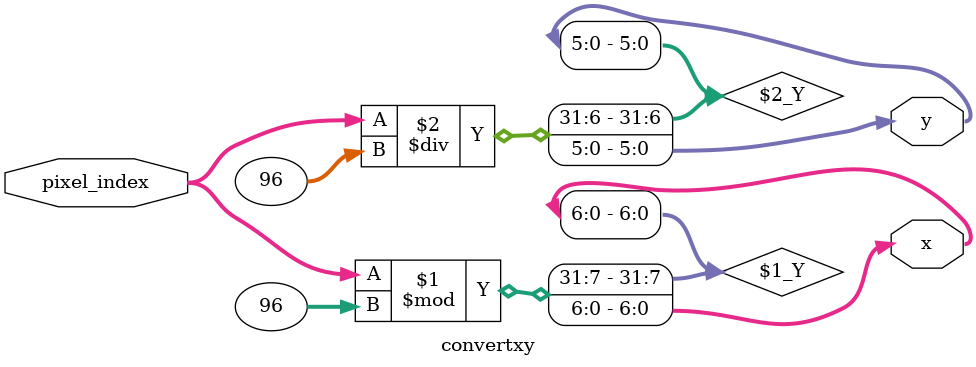
<source format=v>
`timescale 1ns / 1ps
/*
    96x64 = 6144 = 0b1100000000000 (13 bits)
*/

module convertxy(input [12:0] pixel_index, output [6:0] x, output [5:0] y);
// TODO
//    assign x = 95 - (pixel_index%96); // flip the x and y values around to suit the oled display
//    assign  y  = 95 - (pixel_index/96);
    assign x = pixel_index % 96;
    assign y = pixel_index / 96;
endmodule

</source>
